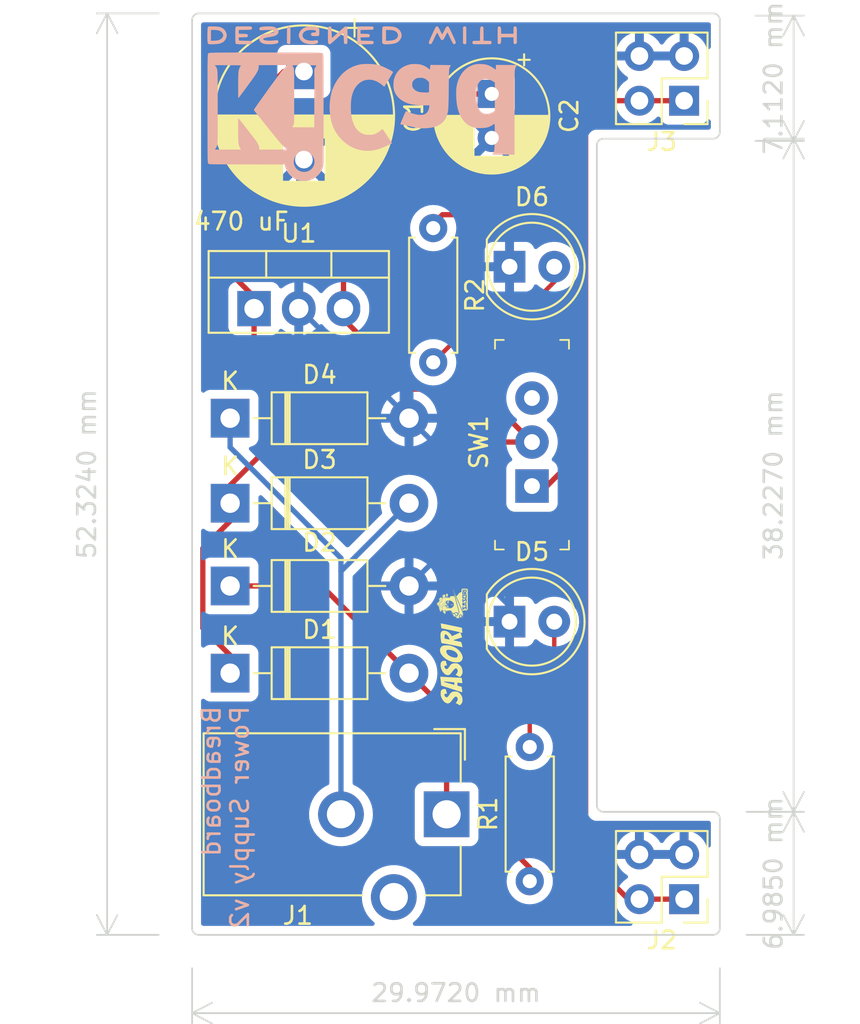
<source format=kicad_pcb>
(kicad_pcb (version 20211014) (generator pcbnew)
  (title_block (title "Breadboard Power Supply ") (date "2022-04-20") (rev "2") (company "Sasori") (comment 1 "Designed by Tony"))
  (layers (0 "F.Cu" signal) (31 "B.Cu" signal) (34 "B.Paste" user) (35 "F.Paste" user) (36 "B.SilkS" user "B.Silkscreen") (37 "F.SilkS" user "F.Silkscreen") (38 "B.Mask" user) (39 "F.Mask" user) (44 "Edge.Cuts" user))
  (net 0 "")
  (net 1 "/Vout2")
  (net 2 "/Vout1")
  (net 4 "Net-(D5-Pad2)")
  (net 5 "Net-(D6-Pad2)")
  (net 6 "/Vin")
  (net 7 "/V-")
  (net 8 "/V1")
  (net 9 "/V2")
  (footprint "Connector_PinHeader_2.54mm:PinHeader_2x02_P2.54mm_Vertical" (layer "F.Cu") (at 167.772 113.924 180)
    (fp_text reference "J2" (at 1.27 -2.33) (layer "F.SilkS"))
    (fp_text value "Conn_02x02_Odd_Even")
    (pad "1" thru_hole rect locked (at 0 0 180) (size 1.7 1.7) (drill 1) (layers *.Cu *.Mask) (net 1 "/Vout2"))
    (pad "2" thru_hole oval locked (at 2.54 0 180) (size 1.7 1.7) (drill 1) (layers *.Cu *.Mask) (net 1 "/Vout2"))
    (pad "3" thru_hole oval locked (at 0 2.54 180) (size 1.7 1.7) (drill 1) (layers *.Cu *.Mask) (net 7 "/V-"))
    (pad "4" thru_hole oval locked (at 2.54 2.54 180) (size 1.7 1.7) (drill 1) (layers *.Cu *.Mask) (net 7 "/V-"))
  )
  (footprint "SasoriLogo:SasoriLogo" (layer "F.Cu") (at 154.559 100.584 90)
    (fp_text reference "G***" hide)
    (fp_text value "LOGO" hide)
  )
  (footprint "Capacitor_THT:CP_Radial_D6.3mm_P2.50mm" (layer "F.Cu") (at 156.845 68.199 -90)
    (fp_text reference "C2" (at 1.25 -4.4 90) (layer "F.SilkS"))
    (fp_text value "C_Polarized")
    (pad "1" thru_hole rect (at 0 0 270) (size 1.6 1.6) (drill 0.8) (layers *.Cu *.Mask) (net 2 "/Vout1"))
    (pad "2" thru_hole circle (at 2.5 0 270) (size 1.6 1.6) (drill 0.8) (layers *.Cu *.Mask) (net 7 "/V-"))
  )
  (footprint "Resistor_THT:R_Axial_DIN0207_L6.3mm_D2.5mm_P7.62mm_Horizontal" (layer "F.Cu") (at 159.004 112.903 90)
    (fp_text reference "R1" (at 3.81 -2.37 90) (layer "F.SilkS"))
    (fp_text value "R")
    (pad "1" thru_hole circle (at 0 0 90) (size 1.6 1.6) (drill 0.8) (layers *.Cu *.Mask) (net 2 "/Vout1"))
    (pad "2" thru_hole oval (at 7.62 0 90) (size 1.6 1.6) (drill 0.8) (layers *.Cu *.Mask) (net 4 "Net-(D5-Pad2)"))
  )
  (footprint "Connector_BarrelJack:BarrelJack_CUI_PJ-102AH_Horizontal" (layer "F.Cu") (at 154.282 109.105 -90)
    (fp_text reference "J1" (at 5.75 8.45) (layer "F.SilkS"))
    (fp_text value "Barrel_Jack_Switch")
    (pad "1" thru_hole rect (at 0 0 270) (size 2.6 2.6) (drill 1.6) (layers *.Cu *.Mask) (net 8 "/V1"))
    (pad "2" thru_hole circle (at 0 6 270) (size 2.6 2.6) (drill 1.6) (layers *.Cu *.Mask) (net 9 "/V2"))
    (pad "3" thru_hole circle (at 4.7 3 270) (size 2.6 2.6) (drill 1.6) (layers *.Cu *.Mask))
  )
  (footprint "Capacitor_THT:CP_Radial_D10.0mm_P5.00mm" (layer "F.Cu") (at 146.177 66.929 -90)
    (fp_text reference "C1" (at 2.5 -6.25 90) (layer "F.SilkS"))
    (fp_text value "470 uF" (at 8.509 3.556 180) (layer "F.SilkS"))
    (pad "1" thru_hole rect (at 0 0 270) (size 2 2) (drill 1) (layers *.Cu *.Mask) (net 6 "/Vin"))
    (pad "2" thru_hole circle (at 5 0 270) (size 2 2) (drill 1) (layers *.Cu *.Mask) (net 7 "/V-"))
  )
  (footprint "Package_TO_SOT_THT:TO-220-3_Vertical" (layer "F.Cu") (at 143.346 80.391)
    (fp_text reference "U1" (at 2.54 -4.27) (layer "F.SilkS"))
    (fp_text value "LM7805_TO220")
    (pad "1" thru_hole rect (at 0 0) (size 1.905 2) (drill 1.1) (layers *.Cu *.Mask) (net 6 "/Vin"))
    (pad "2" thru_hole oval (at 2.54 0) (size 1.905 2) (drill 1.1) (layers *.Cu *.Mask) (net 7 "/V-"))
    (pad "3" thru_hole oval (at 5.08 0) (size 1.905 2) (drill 1.1) (layers *.Cu *.Mask) (net 2 "/Vout1"))
  )
  (footprint "Diode_THT:D_DO-41_SOD81_P10.16mm_Horizontal" (layer "F.Cu") (at 141.986 101.092)
    (fp_text reference "D1" (at 5.08 -2.47) (layer "F.SilkS"))
    (fp_text value "D")
    (fp_text user "K" (at 0 -2.1) (layer "F.SilkS"))
    (pad "1" thru_hole rect (at 0 0) (size 2.2 2.2) (drill 1.1) (layers *.Cu *.Mask) (net 6 "/Vin"))
    (pad "2" thru_hole oval (at 10.16 0) (size 2.2 2.2) (drill 1.1) (layers *.Cu *.Mask) (net 8 "/V1"))
  )
  (footprint "Diode_THT:D_DO-41_SOD81_P10.16mm_Horizontal" (layer "F.Cu") (at 141.986 96.139)
    (fp_text reference "D2" (at 5.08 -2.47) (layer "F.SilkS"))
    (fp_text value "D")
    (fp_text user "K" (at 0 -2.1) (layer "F.SilkS"))
    (pad "1" thru_hole rect (at 0 0) (size 2.2 2.2) (drill 1.1) (layers *.Cu *.Mask) (net 8 "/V1"))
    (pad "2" thru_hole oval (at 10.16 0) (size 2.2 2.2) (drill 1.1) (layers *.Cu *.Mask) (net 7 "/V-"))
  )
  (footprint "LED_THT:LED_D5.0mm" (layer "F.Cu") (at 157.856 98.164)
    (fp_text reference "D5" (at 1.27 -3.96) (layer "F.SilkS"))
    (fp_text value "LED")
    (pad "1" thru_hole rect (at 0 0) (size 1.8 1.8) (drill 0.9) (layers *.Cu *.Mask) (net 7 "/V-"))
    (pad "2" thru_hole circle (at 2.54 0) (size 1.8 1.8) (drill 0.9) (layers *.Cu *.Mask) (net 4 "Net-(D5-Pad2)"))
  )
  (footprint "SasoriLogo_2:SasoriLogo_2" (layer "F.Cu") (at 154.559 97.155 90)
    (fp_text reference "G***" hide)
    (fp_text value "LOGO" hide)
  )
  (footprint "Diode_THT:D_DO-41_SOD81_P10.16mm_Horizontal" (layer "F.Cu") (at 141.986 91.44)
    (fp_text reference "D3" (at 5.08 -2.47) (layer "F.SilkS"))
    (fp_text value "D")
    (fp_text user "K" (at 0 -2.1) (layer "F.SilkS"))
    (pad "1" thru_hole rect (at 0 0) (size 2.2 2.2) (drill 1.1) (layers *.Cu *.Mask) (net 6 "/Vin"))
    (pad "2" thru_hole oval (at 10.16 0) (size 2.2 2.2) (drill 1.1) (layers *.Cu *.Mask) (net 9 "/V2"))
  )
  (footprint "Resistor_THT:R_Axial_DIN0207_L6.3mm_D2.5mm_P7.62mm_Horizontal" (layer "F.Cu") (at 153.521 75.819 -90)
    (fp_text reference "R2" (at 3.81 -2.37 90) (layer "F.SilkS"))
    (fp_text value "R")
    (pad "1" thru_hole circle (at 0 0 270) (size 1.6 1.6) (drill 0.8) (layers *.Cu *.Mask) (net 1 "/Vout2"))
    (pad "2" thru_hole oval (at 7.62 0 270) (size 1.6 1.6) (drill 0.8) (layers *.Cu *.Mask) (net 5 "Net-(D6-Pad2)"))
  )
  (footprint "Connector_PinHeader_2.54mm:PinHeader_2x02_P2.54mm_Vertical" (layer "F.Cu") (at 167.772 68.585 180)
    (fp_text reference "J3" (at 1.27 -2.33) (layer "F.SilkS"))
    (fp_text value "Conn_02x02_Odd_Even")
    (pad "1" thru_hole rect locked (at 0 0 180) (size 1.7 1.7) (drill 1) (layers *.Cu *.Mask) (net 1 "/Vout2"))
    (pad "2" thru_hole oval locked (at 2.54 0 180) (size 1.7 1.7) (drill 1) (layers *.Cu *.Mask) (net 1 "/Vout2"))
    (pad "3" thru_hole oval locked (at 0 2.54 180) (size 1.7 1.7) (drill 1) (layers *.Cu *.Mask) (net 7 "/V-"))
    (pad "4" thru_hole oval locked (at 2.54 2.54 180) (size 1.7 1.7) (drill 1) (layers *.Cu *.Mask) (net 7 "/V-"))
  )
  (footprint "digikey-footprints:Switch_Slide_11.6x4mm_EG1218" (layer "F.Cu") (at 159.131 90.468 90)
    (fp_text reference "SW1" (at 2.49 -3.02 90) (layer "F.SilkS"))
    (fp_text value "SW_DPDT_x2")
    (pad "1" thru_hole rect locked (at 0 0 90) (size 1.9 1.9) (drill 0.9) (layers *.Cu *.Mask) (net 1 "/Vout2"))
    (pad "2" thru_hole circle locked (at 2.5 0 90) (size 1.9 1.9) (drill 0.9) (layers *.Cu *.Mask) (net 2 "/Vout1"))
    (pad "3" thru_hole circle locked (at 5 0 90) (size 1.9 1.9) (drill 0.9) (layers *.Cu *.Mask))
  )
  (footprint "Diode_THT:D_DO-41_SOD81_P10.16mm_Horizontal" (layer "F.Cu") (at 141.986 86.614)
    (fp_text reference "D4" (at 5.08 -2.47) (layer "F.SilkS"))
    (fp_text value "D")
    (fp_text user "K" (at 0 -2.1) (layer "F.SilkS"))
    (pad "1" thru_hole rect (at 0 0) (size 2.2 2.2) (drill 1.1) (layers *.Cu *.Mask) (net 9 "/V2"))
    (pad "2" thru_hole oval (at 10.16 0) (size 2.2 2.2) (drill 1.1) (layers *.Cu *.Mask) (net 7 "/V-"))
  )
  (footprint "LED_THT:LED_D5.0mm" (layer "F.Cu") (at 157.856 78.012)
    (fp_text reference "D6" (at 1.27 -3.96) (layer "F.SilkS"))
    (fp_text value "LED")
    (pad "1" thru_hole rect (at 0 0) (size 1.8 1.8) (drill 0.9) (layers *.Cu *.Mask) (net 7 "/V-"))
    (pad "2" thru_hole circle (at 2.54 0) (size 1.8 1.8) (drill 0.9) (layers *.Cu *.Mask) (net 5 "Net-(D6-Pad2)"))
  )
  (footprint "KicadLogo:kiCadLogo" (layer "B.Cu") (at 149.352 68.707)
    (fp_text reference "G***" hide)
    (fp_text value "LOGO" hide)
  )
  (gr_line (start 169.799 109.347) (end 169.799 115.57) (layer "Edge.Cuts") (width 0.1))
  (gr_arc (start 169.799 115.57) (mid 169.687408 115.839408) (end 169.418 115.951) (layer "Edge.Cuts") (width 0.1))
  (gr_arc (start 169.418 108.966) (mid 169.687408 109.077592) (end 169.799 109.347) (layer "Edge.Cuts") (width 0.1))
  (gr_arc (start 169.418 63.627) (mid 169.687408 63.738592) (end 169.799 64.008) (layer "Edge.Cuts") (width 0.1))
  (gr_line (start 169.799 64.008) (end 169.799 70.358) (layer "Edge.Cuts") (width 0.1))
  (gr_line (start 169.418 70.739) (end 163.195 70.739) (layer "Edge.Cuts") (width 0.1))
  (gr_line (start 169.418 115.951) (end 140.208 115.951) (layer "Edge.Cuts") (width 0.1))
  (gr_arc (start 169.799 70.358) (mid 169.687408 70.627408) (end 169.418 70.739) (layer "Edge.Cuts") (width 0.1))
  (gr_arc (start 162.814 71.12) (mid 162.925592 70.850592) (end 163.195 70.739) (layer "Edge.Cuts") (width 0.1))
  (gr_line (start 140.208 63.627) (end 169.418 63.627) (layer "Edge.Cuts") (width 0.1))
  (gr_arc (start 163.195 108.966) (mid 162.925592 108.854408) (end 162.814 108.585) (layer "Edge.Cuts") (width 0.1))
  (gr_line (start 139.827 115.57) (end 139.827 64.008) (layer "Edge.Cuts") (width 0.1))
  (gr_line (start 163.195 108.966) (end 169.418 108.966) (layer "Edge.Cuts") (width 0.1))
  (gr_line (start 162.814 71.12) (end 162.814 108.585) (layer "Edge.Cuts") (width 0.1))
  (gr_arc (start 139.827 64.008) (mid 139.938592 63.738592) (end 140.208 63.627) (layer "Edge.Cuts") (width 0.1))
  (gr_arc (start 140.208 115.951) (mid 139.938592 115.839408) (end 139.827 115.57) (layer "Edge.Cuts") (width 0.1))
  (gr_text "Breadboard \nPower Supply v2" (at 141.732 102.87 90) (layer "B.SilkS") (effects (font (size 1 1)) (justify left mirror)))
  (dimension (type aligned) (layer "Edge.Cuts") (pts (xy 170.815 108.966) (xy 170.815 115.951)) (height -3.174999) (gr_text "6.9850 mm" (at 172.839999 112.4585 90) (layer "Edge.Cuts") (effects (font (size 1 1) (thickness 0.15)))) (format (units 3) (units_format 1) (precision 4)) (style (thickness 0.1) (arrow_length 1.27) (text_position_mode 0) (extension_height 0.58642) (extension_offset 0.5) keep_text_aligned))
  (dimension (type aligned) (layer "Edge.Cuts") (pts (xy 138.43 63.627) (xy 138.43 115.951)) (height 3.429) (gr_text "52.3240 mm" (at 133.851 89.789 90) (layer "Edge.Cuts") (effects (font (size 1 1) (thickness 0.15)))) (format (units 3) (units_format 1) (precision 4)) (style (thickness 0.1) (arrow_length 1.27) (text_position_mode 0) (extension_height 0.58642) (extension_offset 0.5) keep_text_aligned))
  (dimension (type aligned) (layer "Edge.Cuts") (pts (xy 171.831 70.739) (xy 171.831 108.966)) (height -2.158999) (gr_text "38.2270 mm" (at 172.839999 89.8525 90) (layer "Edge.Cuts") (effects (font (size 1 1) (thickness 0.15)))) (format (units 3) (units_format 1) (precision 4)) (style (thickness 0.1) (arrow_length 1.27) (text_position_mode 0) (extension_height 0.58642) (extension_offset 0.5) keep_text_aligned))
  (dimension (type aligned) (layer "Edge.Cuts") (pts (xy 171.323 70.866) (xy 171.323 63.754)) (height 2.667) (gr_text "7.1120 mm" (at 172.84 67.31 90) (layer "Edge.Cuts") (effects (font (size 1 1) (thickness 0.15)))) (format (units 3) (units_format 1) (precision 4)) (style (thickness 0.1) (arrow_length 1.27) (text_position_mode 0) (extension_height 0.58642) (extension_offset 0.5) keep_text_aligned))
  (dimension (type aligned) (layer "Edge.Cuts") (pts (xy 139.827 117.348) (xy 169.799 117.348)) (height 3.048) (gr_text "29.9720 mm" (at 154.813 119.246) (layer "Edge.Cuts") (effects (font (size 1 1) (thickness 0.15)))) (format (units 3) (units_format 1) (precision 4)) (style (thickness 0.1) (arrow_length 1.27) (text_position_mode 0) (extension_height 0.58642) (extension_offset 0.5) keep_text_aligned))
  (segment (start 164.592 113.919) (end 162.179 111.506) (width 0.3) (layer "F.Cu") (net 1))
  (segment (start 153.521 75.819) (end 153.521 75.587) (width 0.3) (layer "F.Cu") (net 1))
  (segment (start 162.179 70.612) (end 162.179 69.85) (width 0.3) (layer "F.Cu") (net 1))
  (segment (start 159.976 90.468) (end 162.179 88.265) (width 0.3) (layer "F.Cu") (net 1))
  (segment (start 162.179 111.506) (end 162.179 88.265) (width 0.3) (layer "F.Cu") (net 1))
  (segment (start 162.179 69.85) (end 163.444 68.585) (width 0.3) (layer "F.Cu") (net 1))
  (segment (start 153.521 75.587) (end 154.051 75.057) (width 0.3) (layer "F.Cu") (net 1))
  (segment (start 165.232 113.924) (end 165.227 113.919) (width 0.3) (layer "F.Cu") (net 1))
  (segment (start 163.444 68.585) (end 165.232 68.585) (width 0.3) (layer "F.Cu") (net 1))
  (segment (start 165.227 113.919) (end 164.592 113.919) (width 0.3) (layer "F.Cu") (net 1))
  (segment (start 157.734 75.057) (end 162.179 70.612) (width 0.3) (layer "F.Cu") (net 1))
  (segment (start 165.232 68.585) (end 167.772 68.585) (width 0.3) (layer "F.Cu") (net 1))
  (segment (start 162.179 88.265) (end 162.179 70.612) (width 0.3) (layer "F.Cu") (net 1))
  (segment (start 159.131 90.468) (end 159.976 90.468) (width 0.3) (layer "F.Cu") (net 1))
  (segment (start 167.772 113.924) (end 165.232 113.924) (width 0.3) (layer "F.Cu") (net 1))
  (segment (start 154.051 75.057) (end 157.734 75.057) (width 0.3) (layer "F.Cu") (net 1))
  (segment (start 156.591 109.728) (end 159.004 112.141) (width 0.3) (layer "F.Cu") (net 2))
  (segment (start 157.142 87.968) (end 155.702 89.408) (width 0.3) (layer "F.Cu") (net 2))
  (segment (start 148.426 80.391) (end 148.426 80.989) (width 0.3) (layer "F.Cu") (net 2))
  (segment (start 159.004 112.141) (end 159.004 112.903) (width 0.3) (layer "F.Cu") (net 2))
  (segment (start 155.702 101.346) (end 156.591 102.235) (width 0.3) (layer "F.Cu") (net 2))
  (segment (start 159.131 87.968) (end 157.142 87.968) (width 0.3) (layer "F.Cu") (net 2))
  (segment (start 148.426 80.391) (end 148.426 75.729) (width 0.3) (layer "F.Cu") (net 2))
  (segment (start 155.702 89.408) (end 155.702 101.346) (width 0.3) (layer "F.Cu") (net 2))
  (segment (start 156.126 84.963) (end 159.131 87.968) (width 0.3) (layer "F.Cu") (net 2))
  (segment (start 148.426 75.729) (end 155.956 68.199) (width 0.3) (layer "F.Cu") (net 2))
  (segment (start 156.591 102.235) (end 156.591 109.728) (width 0.3) (layer "F.Cu") (net 2))
  (segment (start 155.956 68.199) (end 156.845 68.199) (width 0.3) (layer "F.Cu") (net 2))
  (segment (start 152.4 84.963) (end 156.126 84.963) (width 0.3) (layer "F.Cu") (net 2))
  (segment (start 148.426 80.989) (end 152.4 84.963) (width 0.3) (layer "F.Cu") (net 2))
  (segment (start 159.004 105.283) (end 159.004 102.235) (width 0.25) (layer "F.Cu") (net 4))
  (segment (start 160.396 100.833) (end 160.396 98.164) (width 0.25) (layer "F.Cu") (net 4))
  (segment (start 160.401 100.838) (end 160.396 100.833) (width 0.25) (layer "F.Cu") (net 4))
  (segment (start 159.004 102.235) (end 160.401 100.838) (width 0.25) (layer "F.Cu") (net 4))
  (segment (start 160.401 78.867) (end 160.401 78.017) (width 0.25) (layer "F.Cu") (net 5))
  (segment (start 153.521 83.439) (end 157.077 79.883) (width 0.25) (layer "F.Cu") (net 5))
  (segment (start 157.077 79.883) (end 159.385 79.883) (width 0.25) (layer "F.Cu") (net 5))
  (segment (start 159.385 79.883) (end 160.401 78.867) (width 0.25) (layer "F.Cu") (net 5))
  (segment (start 160.401 78.017) (end 160.396 78.012) (width 0.25) (layer "F.Cu") (net 5))
  (segment (start 142.367 78.74) (end 142.367 69.596) (width 0.3) (layer "F.Cu") (net 6))
  (segment (start 142.367 69.596) (end 145.034 66.929) (width 0.3) (layer "F.Cu") (net 6))
  (segment (start 140.436489 94.005511) (end 140.436489 98.526489) (width 0.3) (layer "F.Cu") (net 6))
  (segment (start 141.986 92.456) (end 140.436489 94.005511) (width 0.3) (layer "F.Cu") (net 6))
  (segment (start 141.986 90.424) (end 141.986 91.44) (width 0.3) (layer "F.Cu") (net 6))
  (segment (start 145.034 66.929) (end 146.177 66.929) (width 0.3) (layer "F.Cu") (net 6))
  (segment (start 143.346 79.719) (end 142.367 78.74) (width 0.3) (layer "F.Cu") (net 6))
  (segment (start 144.907 84.2645) (end 144.907 87.503) (width 0.3) (layer "F.Cu") (net 6))
  (segment (start 143.346 80.391) (end 143.346 82.7035) (width 0.3) (layer "F.Cu") (net 6))
  (segment (start 144.907 87.503) (end 141.986 90.424) (width 0.3) (layer "F.Cu") (net 6))
  (segment (start 143.346 82.7035) (end 144.907 84.2645) (width 0.3) (layer "F.Cu") (net 6))
  (segment (start 140.436489 98.526489) (end 141.986 100.076) (width 0.3) (layer "F.Cu") (net 6))
  (segment (start 141.986 100.076) (end 141.986 101.092) (width 0.3) (layer "F.Cu") (net 6))
  (segment (start 143.346 80.391) (end 143.346 79.719) (width 0.3) (layer "F.Cu") (net 6))
  (segment (start 141.986 91.44) (end 141.986 92.456) (width 0.3) (layer "F.Cu") (net 6))
  (segment (start 151.765 81.28) (end 155.033 78.012) (width 0.3) (layer "B.Cu") (net 7))
  (segment (start 155.321 91.8845) (end 153.543 93.6625) (width 0.3) (layer "B.Cu") (net 7))
  (segment (start 157.856 100.325) (end 161.29 103.759) (width 0.3) (layer "B.Cu") (net 7))
  (segment (start 157.856 98.164) (end 157.856 100.325) (width 0.3) (layer "B.Cu") (net 7))
  (segment (start 145.886 80.391) (end 145.886 72.22) (width 0.3) (layer "B.Cu") (net 7))
  (segment (start 161.925 109.1565) (end 161.925 110.363) (width 0.3) (layer "B.Cu") (net 7))
  (segment (start 145.886 72.22) (end 146.177 71.929) (width 0.3) (layer "B.Cu") (net 7))
  (segment (start 161.29 108.5215) (end 161.925 109.1565) (width 0.3) (layer "B.Cu") (net 7))
  (segment (start 152.146 86.614) (end 155.321 89.789) (width 0.3) (layer "B.Cu") (net 7))
  (segment (start 165.232 66.045) (end 167.772 66.045) (width 0.3) (layer "B.Cu") (net 7))
  (segment (start 145.923 80.391) (end 145.886 80.391) (width 0.3) (layer "B.Cu") (net 7))
  (segment (start 152.146 86.614) (end 151.765 86.233) (width 0.3) (layer "B.Cu") (net 7))
  (segment (start 153.543 93.6625) (end 153.543 94.742) (width 0.3) (layer "B.Cu") (net 7))
  (segment (start 161.925 110.363) (end 162.946 111.384) (width 0.3) (layer "B.Cu") (net 7))
  (segment (start 151.765 86.233) (end 151.765 81.28) (width 0.3) (layer "B.Cu") (net 7))
  (segment (start 156.718 96.139) (end 157.856 97.277) (width 0.3) (layer "B.Cu") (net 7))
  (segment (start 157.856 97.277) (end 157.856 98.164) (width 0.3) (layer "B.Cu") (net 7))
  (segment (start 152.146 96.139) (end 156.718 96.139) (width 0.3) (layer "B.Cu") (net 7))
  (segment (start 153.543 94.742) (end 152.146 96.139) (width 0.3) (layer "B.Cu") (net 7))
  (segment (start 155.321 89.789) (end 155.321 91.8845) (width 0.3) (layer "B.Cu") (net 7))
  (segment (start 163.449 66.04) (end 163.454 66.045) (width 0.3) (layer "B.Cu") (net 7))
  (segment (start 157.856 78.012) (end 157.856 71.71) (width 0.3) (layer "B.Cu") (net 7))
  (segment (start 156.845 70.699) (end 158.79 70.699) (width 0.3) (layer "B.Cu") (net 7))
  (segment (start 161.29 103.759) (end 161.29 108.5215) (width 0.3) (layer "B.Cu") (net 7))
  (segment (start 165.232 111.384) (end 167.772 111.384) (width 0.3) (layer "B.Cu") (net 7))
  (segment (start 163.454 66.045) (end 165.232 66.045) (width 0.3) (layer "B.Cu") (net 7))
  (segment (start 152.146 86.614) (end 145.923 80.391) (width 0.3) (layer "B.Cu") (net 7))
  (segment (start 158.79 70.699) (end 163.449 66.04) (width 0.3) (layer "B.Cu") (net 7))
  (segment (start 162.946 111.384) (end 165.232 111.384) (width 0.3) (layer "B.Cu") (net 7))
  (segment (start 155.033 78.012) (end 157.856 78.012) (width 0.3) (layer "B.Cu") (net 7))
  (segment (start 157.856 71.71) (end 156.845 70.699) (width 0.3) (layer "B.Cu") (net 7))
  (segment (start 152.146 101.092) (end 154.282 103.228) (width 0.3) (layer "F.Cu") (net 8))
  (segment (start 141.986 96.139) (end 147.193 96.139) (width 0.3) (layer "F.Cu") (net 8))
  (segment (start 154.282 103.228) (end 154.282 109.105) (width 0.3) (layer "F.Cu") (net 8))
  (segment (start 147.193 96.139) (end 152.146 101.092) (width 0.3) (layer "F.Cu") (net 8))
  (segment (start 141.986 88.265) (end 141.986 86.614) (width 0.3) (layer "B.Cu") (net 9))
  (segment (start 148.282 109.105) (end 148.282 95.304) (width 0.3) (layer "B.Cu") (net 9))
  (segment (start 148.282 94.561) (end 141.986 88.265) (width 0.3) (layer "B.Cu") (net 9))
  (segment (start 148.282 95.304) (end 152.146 91.44) (width 0.3) (layer "B.Cu") (net 9))
  (segment (start 148.282 95.304) (end 148.282 94.561) (width 0.3) (layer "B.Cu") (net 9))
  (zone (net 7) (net_name "/V-") (layer "B.Cu") (connect_pads (clearance 0.508)) (min_thickness 0.254) (fill yes (thermal_gap 0.508) (thermal_bridge_width 0.508))
    (polygon (pts (xy 169.799 70.739) (xy 162.814 70.739) (xy 162.814 108.966) (xy 169.799 108.966) (xy 169.799 115.951) (xy 139.827 115.951) (xy 139.827 63.627) (xy 169.799 63.627)))
  )
)
</source>
